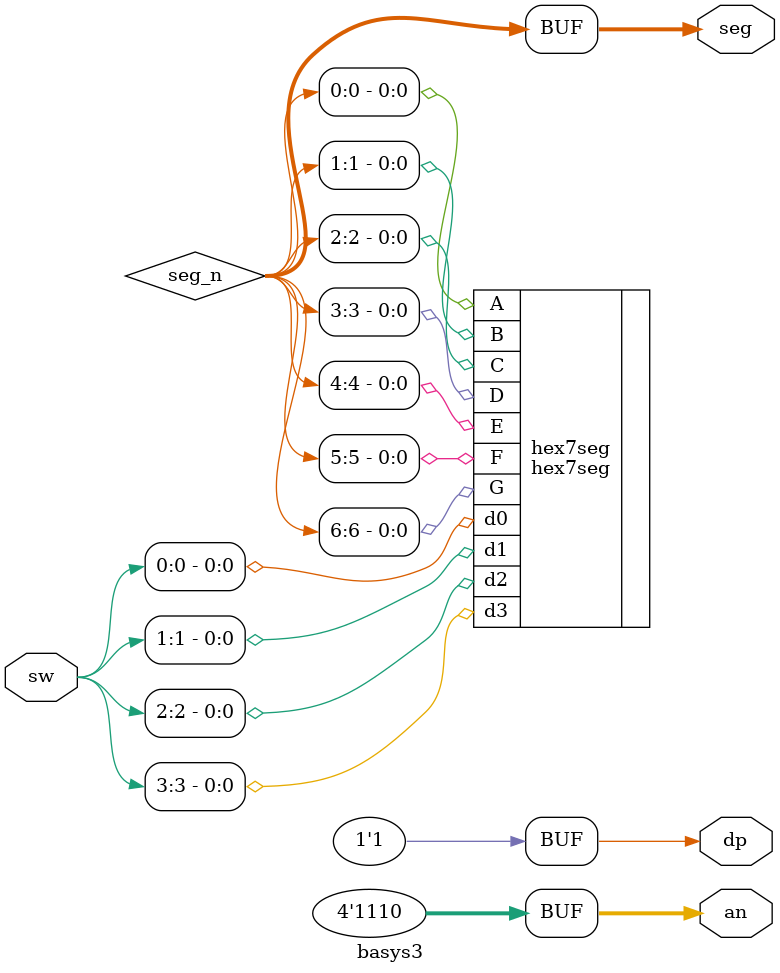
<source format=sv>

module basys3(
    input  logic [3:0] sw,
    output logic [6:0] seg,
    output logic       dp,
    output logic [3:0] an
);

logic [6:0] seg_n;
assign seg = seg_n;

// TODO

hex7seg hex7seg (
    .d3(sw[3]),
    .d2(sw[2]),
    .d1(sw[1]),
    .d0(sw[0]),

    .A(seg_n[0]),
    .B(seg_n[1]),
    .C(seg_n[2]),
    .D(seg_n[3]),
    .E(seg_n[4]),
    .F(seg_n[5]),
    .G(seg_n[6])
);

assign an = 4'b1110;
assign dp = 1;  // Decimal point is always off

endmodule

</source>
